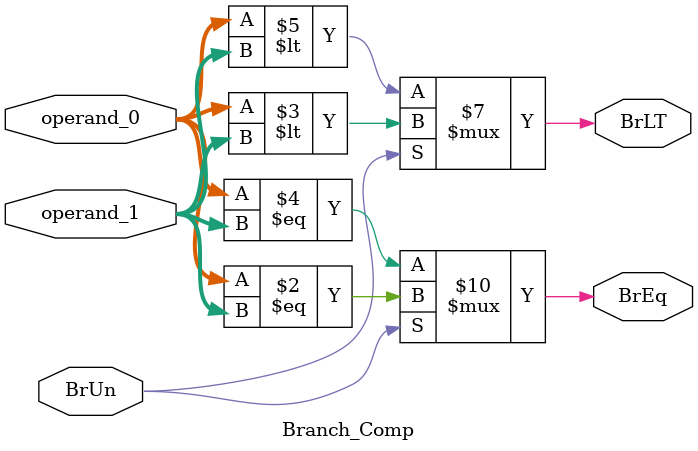
<source format=v>
module Branch_Comp(
    input [31:0] operand_0,
    input [31:0] operand_1,
    input BrUn,
    output BrEq,
    output BrLT,
);

always @(*) begin
    if (BrUn) begin
        BrEq = (operand_0 == operand_1);
        BrLT = ($unsigned(operand_0) < $unsigned(operand_1));
    end else begin
        BrEq = (operand_0 == operand_1);
        BrLT = ($signed(operand_0) < $signed(operand_1));
    end
end
endmodule
</source>
